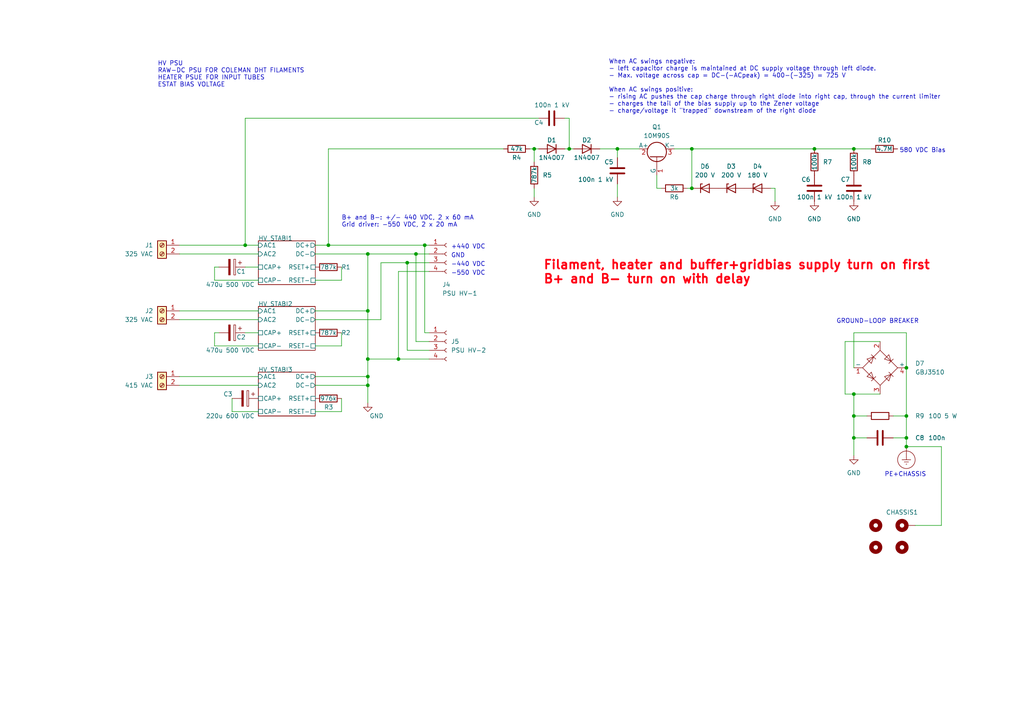
<source format=kicad_sch>
(kicad_sch (version 20230121) (generator eeschema)
  (paper "A4")
  (lib_symbols
    (symbol "Connector:Conn_01x04_Socket" (pin_names (offset 1.016) hide)
      (property "Reference" "J" (at 0 5.08 0))
      (property "Value" "Conn_01x04_Socket" (at 0 -7.62 0))
      (symbol "Conn_01x04_Socket_1_1"
        (arc (start 0 -4.572) (mid -0.5058 -5.08) (end 0 -5.588) (stroke (width 0.1524)))
        (arc (start 0 -2.032) (mid -0.5058 -2.54) (end 0 -3.048) (stroke (width 0.1524)))
        (polyline (pts (xy -1.27 -5.08) (xy -0.508 -5.08)) (stroke (width 0.1524)))
        (polyline (pts (xy -1.27 -2.54) (xy -0.508 -2.54)) (stroke (width 0.1524)))
        (polyline (pts (xy -1.27 0) (xy -0.508 0)) (stroke (width 0.1524)))
        (polyline (pts (xy -1.27 2.54) (xy -0.508 2.54)) (stroke (width 0.1524)))
        (arc (start 0 0.508) (mid -0.5058 0) (end 0 -0.508) (stroke (width 0.1524)))
        (arc (start 0 3.048) (mid -0.5058 2.54) (end 0 2.032) (stroke (width 0.1524)))
        (pin passive line (at -5.08 2.54 0) (length 3.81) (name "Pin_1") (number "1"))
        (pin passive line (at -5.08 0 0) (length 3.81) (name "Pin_2") (number "2"))
        (pin passive line (at -5.08 -2.54 0) (length 3.81) (name "Pin_3") (number "3"))
        (pin passive line (at -5.08 -5.08 0) (length 3.81) (name "Pin_4") (number "4"))
      )
    )
    (symbol "Connector:Screw_Terminal_01x02" (pin_names (offset 1.016) hide)
      (property "Reference" "J" (at 0 2.54 0))
      (property "Value" "Screw_Terminal_01x02" (at 0 -5.08 0))
      (symbol "Screw_Terminal_01x02_1_1"
        (rectangle (start -1.27 1.27) (end 1.27 -3.81) (stroke (width 0.254)) (fill (type background)))
        (circle (center 0 -2.54) (radius 0.635) (stroke (width 0.1524)))
        (polyline (pts (xy -0.5334 -2.2098) (xy 0.3302 -3.048)) (stroke (width 0.1524)))
        (polyline (pts (xy -0.5334 0.3302) (xy 0.3302 -0.508)) (stroke (width 0.1524)))
        (polyline (pts (xy -0.3556 -2.032) (xy 0.508 -2.8702)) (stroke (width 0.1524)))
        (polyline (pts (xy -0.3556 0.508) (xy 0.508 -0.3302)) (stroke (width 0.1524)))
        (circle (center 0 0) (radius 0.635) (stroke (width 0.1524)))
        (pin passive line (at -5.08 0 0) (length 3.81) (name "Pin_1") (number "1"))
        (pin passive line (at -5.08 -2.54 0) (length 3.81) (name "Pin_2") (number "2"))
      )
    )
    (symbol "Device:C" (pin_numbers hide) (pin_names (offset 0.254))
      (property "Reference" "C" (at 0.635 2.54 0))
      (property "Value" "C" (at 0.635 -2.54 0))
      (symbol "C_0_1"
        (polyline (pts (xy -2.032 -0.762) (xy 2.032 -0.762)) (stroke (width 0.508)))
        (polyline (pts (xy -2.032 0.762) (xy 2.032 0.762)) (stroke (width 0.508)))
      )
      (symbol "C_1_1"
        (pin passive line (at 0 3.81 270) (length 2.794) (name "~") (number "1"))
        (pin passive line (at 0 -3.81 90) (length 2.794) (name "~") (number "2"))
      )
    )
    (symbol "Device:C_Polarized" (pin_numbers hide) (pin_names (offset 0.254))
      (property "Reference" "C" (at 0.635 2.54 0))
      (property "Value" "C_Polarized" (at 0.635 -2.54 0))
      (symbol "C_Polarized_0_1"
        (rectangle (start -2.286 0.508) (end 2.286 1.016))
        (polyline (pts (xy -1.778 2.286) (xy -0.762 2.286)))
        (polyline (pts (xy -1.27 2.794) (xy -1.27 1.778)))
        (rectangle (start 2.286 -0.508) (end -2.286 -1.016) (fill (type outline)))
      )
      (symbol "C_Polarized_1_1"
        (pin passive line (at 0 3.81 270) (length 2.794) (name "~") (number "1"))
        (pin passive line (at 0 -3.81 90) (length 2.794) (name "~") (number "2"))
      )
    )
    (symbol "Device:D_Zener" (pin_numbers hide) (pin_names (offset 1.016) hide)
      (property "Reference" "D" (at 0 2.54 0))
      (property "Value" "D_Zener" (at 0 -2.54 0))
      (symbol "D_Zener_0_1"
        (polyline (pts (xy 1.27 0) (xy -1.27 0)))
        (polyline (pts (xy -1.27 -1.27) (xy -1.27 1.27) (xy -0.762 1.27)) (stroke (width 0.254)))
        (polyline (pts (xy 1.27 -1.27) (xy 1.27 1.27) (xy -1.27 0) (xy 1.27 -1.27)) (stroke (width 0.254)))
      )
      (symbol "D_Zener_1_1"
        (pin passive line (at -3.81 0 0) (length 2.54) (name "K") (number "1"))
        (pin passive line (at 3.81 0 180) (length 2.54) (name "A") (number "2"))
      )
    )
    (symbol "Device:R" (pin_numbers hide) (pin_names (offset 0))
      (property "Reference" "R" (at 2.032 0 90))
      (property "Value" "R" (at 0 0 90))
      (symbol "R_0_1"
        (rectangle (start -1.016 -2.54) (end 1.016 2.54) (stroke (width 0.254)))
      )
      (symbol "R_1_1"
        (pin passive line (at 0 3.81 270) (length 1.27) (name "~") (number "1"))
        (pin passive line (at 0 -3.81 90) (length 1.27) (name "~") (number "2"))
      )
    )
    (symbol "Diode:1N4007" (pin_numbers hide) (pin_names hide)
      (property "Reference" "D" (at 0 2.54 0))
      (property "Value" "1N4007" (at 0 -2.54 0))
      (symbol "1N4007_0_1"
        (polyline (pts (xy -1.27 1.27) (xy -1.27 -1.27)) (stroke (width 0.254)))
        (polyline (pts (xy 1.27 0) (xy -1.27 0)))
        (polyline (pts (xy 1.27 1.27) (xy 1.27 -1.27) (xy -1.27 0) (xy 1.27 1.27)) (stroke (width 0.254)))
      )
      (symbol "1N4007_1_1"
        (pin passive line (at -3.81 0 0) (length 2.54) (name "K") (number "1"))
        (pin passive line (at 3.81 0 180) (length 2.54) (name "A") (number "2"))
      )
    )
    (symbol "Diode_Bridge:B40C3x00-2200A" (pin_names (offset 0))
      (property "Reference" "D" (at 2.54 6.985 0))
      (property "Value" "B40C3x00-2200A" (at 2.54 5.08 0))
      (symbol "B40C3x00-2200A_0_1"
        (polyline (pts (xy -2.54 3.81) (xy -1.27 2.54)))
        (polyline (pts (xy -1.27 -2.54) (xy -2.54 -3.81)))
        (polyline (pts (xy 2.54 -1.27) (xy 3.81 -2.54)))
        (polyline (pts (xy 2.54 1.27) (xy 3.81 2.54)))
        (polyline (pts (xy -3.81 2.54) (xy -2.54 1.27) (xy -1.905 3.175) (xy -3.81 2.54)))
        (polyline (pts (xy -2.54 -1.27) (xy -3.81 -2.54) (xy -1.905 -3.175) (xy -2.54 -1.27)))
        (polyline (pts (xy 1.27 2.54) (xy 2.54 3.81) (xy 3.175 1.905) (xy 1.27 2.54)))
        (polyline (pts (xy 3.175 -1.905) (xy 1.27 -2.54) (xy 2.54 -3.81) (xy 3.175 -1.905)))
        (polyline (pts (xy -5.08 0) (xy 0 -5.08) (xy 5.08 0) (xy 0 5.08) (xy -5.08 0)))
      )
      (symbol "B40C3x00-2200A_1_1"
        (pin passive line (at -7.62 0 0) (length 2.54) (name "-") (number "1"))
        (pin passive line (at 0 7.62 270) (length 2.54) (name "~") (number "2"))
        (pin passive line (at 0 -7.62 90) (length 2.54) (name "~") (number "3"))
        (pin passive line (at 7.62 0 180) (length 2.54) (name "+") (number "4"))
      )
    )
    (symbol "Mechanical:MountingHole" (pin_names (offset 1.016))
      (property "Reference" "H" (at 0 5.08 0))
      (property "Value" "MountingHole" (at 0 3.175 0))
      (symbol "MountingHole_0_1"
        (circle (center 0 0) (radius 1.27) (stroke (width 1.27)))
      )
    )
    (symbol "Mechanical:MountingHole_Pad" (pin_numbers hide) (pin_names (offset 1.016) hide)
      (property "Reference" "H" (at 0 6.35 0))
      (property "Value" "MountingHole_Pad" (at 0 4.445 0))
      (symbol "MountingHole_Pad_0_1"
        (circle (center 0 1.27) (radius 1.27) (stroke (width 1.27)))
      )
      (symbol "MountingHole_Pad_1_1"
        (pin input line (at 0 -2.54 90) (length 2.54) (name "1") (number "1"))
      )
    )
    (symbol "OSDEHA_PSU:10M90S" (pin_names (offset 0))
      (property "Reference" "Q" (at 5.08 1.905 0))
      (property "Value" "10M90S" (at 5.08 0 0))
      (symbol "10M90S_0_1"
        (polyline (pts (xy 0.254 0) (xy -2.54 0)))
        (polyline (pts (xy 0.254 1.905) (xy 0.254 -1.905)) (stroke (width 0.254)))
        (circle (center 1.651 0) (radius 2.794) (stroke (width 0.254)))
      )
      (symbol "10M90S_1_1"
        (pin input line (at -5.08 0 0) (length 2.54) (name "G") (number "1"))
        (pin passive line (at 2.54 5.08 270) (length 2.54) (name "A+") (number "2"))
        (pin passive line (at 2.54 -5.08 90) (length 2.54) (name "K-") (number "3"))
      )
    )
    (symbol "power:Earth_Protective" (power) (pin_names (offset 0))
      (symbol "Earth_Protective_0_1"
        (circle (center 0 -3.81) (radius 2.54))
        (polyline (pts (xy -0.635 -4.445) (xy 0.635 -4.445)))
        (polyline (pts (xy -0.127 -5.08) (xy 0.127 -5.08)))
        (polyline (pts (xy 0 -3.81) (xy 0 0)))
        (polyline (pts (xy 1.27 -3.81) (xy -1.27 -3.81)))
      )
      (symbol "Earth_Protective_1_1"
        (pin power_in line (at 0 0 270) (length 0) hide (name "Earth_Protective") (number "1"))
      )
    )
    (symbol "power:GND" (power) (pin_names (offset 0))
      (property "Value" "GND" (at 0 -3.81 0))
      (symbol "GND_0_1"
        (polyline (pts (xy 0 0) (xy 0 -1.27) (xy 1.27 -1.27) (xy 0 -2.54) (xy -1.27 -1.27) (xy 0 -1.27)))
      )
      (symbol "GND_1_1"
        (pin power_in line (at 0 0 270) (length 0) hide (name "GND") (number "1"))
      )
    )
  )
  (junction (at 262.89 106.68))
  (junction (at 106.68 111.76))
  (junction (at 262.89 129.54))
  (junction (at 115.57 104.14))
  (junction (at 106.68 109.22))
  (junction (at 123.19 71.12))
  (junction (at 236.22 43.18))
  (junction (at 154.94 43.18))
  (junction (at 95.25 71.12))
  (junction (at 118.11 76.2))
  (junction (at 106.68 90.17))
  (junction (at 106.68 73.66))
  (junction (at 200.66 43.18))
  (junction (at 262.89 127))
  (junction (at 179.07 43.18))
  (junction (at 247.65 127))
  (junction (at 200.66 54.61))
  (junction (at 120.65 73.66))
  (junction (at 262.89 120.65))
  (junction (at 247.65 43.18))
  (junction (at 71.12 71.12))
  (junction (at 106.68 104.14))
  (junction (at 165.1 43.18))
  (junction (at 247.65 120.65))
  (junction (at 247.65 114.3))
  (wire (pts (xy 262.89 120.65) (xy 259.08 120.65)))
  (wire (pts (xy 265.43 152.4) (xy 273.05 152.4)))
  (wire (pts (xy 190.5 50.8) (xy 190.5 54.61)))
  (wire (pts (xy 273.05 129.54) (xy 262.89 129.54)))
  (wire (pts (xy 185.42 43.18) (xy 179.07 43.18)))
  (wire (pts (xy 52.07 111.76) (xy 74.93 111.76)))
  (wire (pts (xy 262.89 120.65) (xy 262.89 127)))
  (wire (pts (xy 67.31 119.38) (xy 74.93 119.38)))
  (wire (pts (xy 91.44 90.17) (xy 106.68 90.17)))
  (wire (pts (xy 224.79 54.61) (xy 224.79 58.42)))
  (wire (pts (xy 163.83 34.29) (xy 165.1 34.29)))
  (wire (pts (xy 247.65 132.08) (xy 247.65 127)))
  (wire (pts (xy 52.07 90.17) (xy 74.93 90.17)))
  (wire (pts (xy 52.07 73.66) (xy 74.93 73.66)))
  (wire (pts (xy 115.57 78.74) (xy 124.46 78.74)))
  (wire (pts (xy 91.44 111.76) (xy 106.68 111.76)))
  (wire (pts (xy 106.68 109.22) (xy 106.68 111.76)))
  (wire (pts (xy 153.67 43.18) (xy 154.94 43.18)))
  (wire (pts (xy 118.11 76.2) (xy 110.49 76.2)))
  (wire (pts (xy 62.23 96.52) (xy 62.23 100.33)))
  (wire (pts (xy 273.05 152.4) (xy 273.05 129.54)))
  (wire (pts (xy 165.1 43.18) (xy 166.37 43.18)))
  (wire (pts (xy 247.65 96.52) (xy 262.89 96.52)))
  (wire (pts (xy 99.06 119.38) (xy 91.44 119.38)))
  (wire (pts (xy 62.23 77.47) (xy 62.23 81.28)))
  (wire (pts (xy 63.5 77.47) (xy 62.23 77.47)))
  (wire (pts (xy 247.65 114.3) (xy 245.11 114.3)))
  (wire (pts (xy 247.65 120.65) (xy 247.65 127)))
  (wire (pts (xy 118.11 101.6) (xy 118.11 76.2)))
  (wire (pts (xy 124.46 101.6) (xy 118.11 101.6)))
  (wire (pts (xy 179.07 53.34) (xy 179.07 57.15)))
  (wire (pts (xy 62.23 81.28) (xy 74.93 81.28)))
  (wire (pts (xy 200.66 43.18) (xy 195.58 43.18)))
  (wire (pts (xy 110.49 76.2) (xy 110.49 92.71)))
  (wire (pts (xy 62.23 100.33) (xy 74.93 100.33)))
  (wire (pts (xy 123.19 71.12) (xy 124.46 71.12)))
  (wire (pts (xy 120.65 73.66) (xy 120.65 99.06)))
  (wire (pts (xy 95.25 71.12) (xy 91.44 71.12)))
  (wire (pts (xy 200.66 43.18) (xy 236.22 43.18)))
  (wire (pts (xy 247.65 127) (xy 251.46 127)))
  (wire (pts (xy 262.89 96.52) (xy 262.89 106.68)))
  (wire (pts (xy 115.57 104.14) (xy 124.46 104.14)))
  (wire (pts (xy 223.52 54.61) (xy 224.79 54.61)))
  (wire (pts (xy 120.65 73.66) (xy 124.46 73.66)))
  (wire (pts (xy 52.07 71.12) (xy 71.12 71.12)))
  (wire (pts (xy 71.12 34.29) (xy 71.12 71.12)))
  (wire (pts (xy 199.39 54.61) (xy 200.66 54.61)))
  (wire (pts (xy 154.94 43.18) (xy 154.94 46.99)))
  (wire (pts (xy 124.46 76.2) (xy 118.11 76.2)))
  (wire (pts (xy 95.25 43.18) (xy 146.05 43.18)))
  (wire (pts (xy 99.06 100.33) (xy 91.44 100.33)))
  (wire (pts (xy 236.22 43.18) (xy 247.65 43.18)))
  (wire (pts (xy 99.06 115.57) (xy 99.06 119.38)))
  (wire (pts (xy 115.57 78.74) (xy 115.57 104.14)))
  (wire (pts (xy 106.68 73.66) (xy 120.65 73.66)))
  (wire (pts (xy 262.89 127) (xy 259.08 127)))
  (wire (pts (xy 163.83 43.18) (xy 165.1 43.18)))
  (wire (pts (xy 247.65 120.65) (xy 251.46 120.65)))
  (wire (pts (xy 71.12 71.12) (xy 74.93 71.12)))
  (wire (pts (xy 95.25 43.18) (xy 95.25 71.12)))
  (wire (pts (xy 106.68 104.14) (xy 115.57 104.14)))
  (wire (pts (xy 247.65 114.3) (xy 247.65 120.65)))
  (wire (pts (xy 247.65 43.18) (xy 252.73 43.18)))
  (wire (pts (xy 67.31 115.57) (xy 67.31 119.38)))
  (wire (pts (xy 95.25 71.12) (xy 123.19 71.12)))
  (wire (pts (xy 106.68 90.17) (xy 106.68 104.14)))
  (wire (pts (xy 262.89 129.54) (xy 262.89 127)))
  (wire (pts (xy 99.06 96.52) (xy 99.06 100.33)))
  (wire (pts (xy 124.46 96.52) (xy 123.19 96.52)))
  (wire (pts (xy 165.1 34.29) (xy 165.1 43.18)))
  (wire (pts (xy 173.99 43.18) (xy 179.07 43.18)))
  (wire (pts (xy 123.19 96.52) (xy 123.19 71.12)))
  (wire (pts (xy 91.44 81.28) (xy 99.06 81.28)))
  (wire (pts (xy 106.68 111.76) (xy 106.68 116.84)))
  (wire (pts (xy 262.89 106.68) (xy 262.89 120.65)))
  (wire (pts (xy 247.65 106.68) (xy 247.65 96.52)))
  (wire (pts (xy 63.5 96.52) (xy 62.23 96.52)))
  (wire (pts (xy 245.11 114.3) (xy 245.11 99.06)))
  (wire (pts (xy 154.94 43.18) (xy 156.21 43.18)))
  (wire (pts (xy 245.11 99.06) (xy 255.27 99.06)))
  (wire (pts (xy 52.07 92.71) (xy 74.93 92.71)))
  (wire (pts (xy 247.65 114.3) (xy 255.27 114.3)))
  (wire (pts (xy 52.07 109.22) (xy 74.93 109.22)))
  (wire (pts (xy 106.68 73.66) (xy 106.68 90.17)))
  (wire (pts (xy 124.46 99.06) (xy 120.65 99.06)))
  (wire (pts (xy 71.12 77.47) (xy 74.93 77.47)))
  (wire (pts (xy 179.07 43.18) (xy 179.07 45.72)))
  (wire (pts (xy 91.44 92.71) (xy 110.49 92.71)))
  (wire (pts (xy 200.66 43.18) (xy 200.66 54.61)))
  (wire (pts (xy 156.21 34.29) (xy 71.12 34.29)))
  (wire (pts (xy 106.68 104.14) (xy 106.68 109.22)))
  (wire (pts (xy 91.44 73.66) (xy 106.68 73.66)))
  (wire (pts (xy 99.06 77.47) (xy 99.06 81.28)))
  (wire (pts (xy 71.12 96.52) (xy 74.93 96.52)))
  (wire (pts (xy 190.5 54.61) (xy 191.77 54.61)))
  (wire (pts (xy 91.44 109.22) (xy 106.68 109.22)))
  (wire (pts (xy 154.94 54.61) (xy 154.94 57.15)))
  (text "When AC swings negative:\n- left capacitor charge is maintained at DC supply voltage through left diode.\n- Max. voltage across cap = DC-(-ACpeak) = 400-(-325) = 725 V\n\nWhen AC swings positive:\n- rising AC pushes the cap charge through right diode into right cap, through the current limiter\n- charges the tail of the bias supply up to the Zener voltage\n- charge/voltage it \"trapped\" downstream of the right diode" (at 176.53 33.02 0) (effects (font (size 1.27 1.27)) (justify left bottom)))
  (text "PE+CHASSIS" (at 256.54 138.43 0) (effects (font (size 1.27 1.27)) (justify left bottom)))
  (text "B+ and B-: +/- 440 VDC, 2 x 60 mA\nGrid driver: -550 VDC, 2 x 20 mA" (at 99.06 66.04 0) (effects (font (size 1.27 1.27)) (justify left bottom)))
  (text "+440 VDC" (at 130.81 72.39 0) (effects (font (size 1.27 1.27)) (justify left bottom)))
  (text "Filament, heater and buffer+gridbias supply turn on first\nB+ and B- turn on with delay" (at 157.48 82.55 0) (effects (font (size 2.54 2.54) (thickness 0.508) bold) (justify left bottom)))
  (text "580 VDC Bias" (at 274.32 44.45 0) (effects (font (size 1.27 1.27)) (justify right bottom)))
  (text "-550 VDC" (at 130.81 80.01 0) (effects (font (size 1.27 1.27)) (justify left bottom)))
  (text "GND" (at 130.81 74.93 0) (effects (font (size 1.27 1.27)) (justify left bottom)))
  (text "HV PSU\nRAW-DC PSU FOR COLEMAN DHT FILAMENTS\nHEATER PSUE FOR INPUT TUBES\nESTAT BIAS VOLTAGE" (at 45.72 25.4 0) (effects (font (size 1.27 1.27)) (justify left bottom)))
  (text "-440 VDC" (at 130.81 77.47 0) (effects (font (size 1.27 1.27)) (justify left bottom)))
  (text "GROUND-LOOP BREAKER" (at 242.57 93.98 0) (effects (font (size 1.27 1.27)) (justify left bottom)))
  (symbol (lib_id "Device:C") (at 160.02 34.29 270) (mirror x) (unit 1)
    (property "Reference" "C4" (at 154.94 35.56 90) (effects (justify left)))
    (property "Value" "100n 1 kV" (at 154.94 30.48 90) (effects (justify left)))
    (property "Footprint" "Capacitor_THT:C_Rect_L18.0mm_W9.0mm_P15.00mm_FKS3_FKP3" (effects hide))
    (property "Datasheet" "https://www.mouser.ch/ProductDetail/WIMA/MKP4O131004J00KSSD?qs=sJjjjplDs9uJw5MAX%2F0xlw%3D%3D" (effects hide))
  )
  (symbol (lib_id "Mechanical:MountingHole") (at 254 152.4 0) (unit 1)
    (property "Reference" "H1" (effects hide))
    (property "Value" "MountingHole" (effects hide))
    (property "Footprint" "MountingHole:MountingHole_3.2mm_M3" (effects hide))
  )
  (symbol (lib_id "Device:C") (at 255.27 127 90) (unit 1)
    (property "Reference" "C8" (at 265.43 127 90) (effects (justify right)))
    (property "Value" "100n" (at 269.24 127 90) (effects (justify right)))
    (property "Footprint" "Capacitor_THT:C_Rect_L26.5mm_W8.5mm_P22.50mm_MKS4" (effects hide))
    (property "Datasheet" "https://www.mouser.ch/ProductDetail/KEMET/F881DH104M300L?qs=8sjaHP9aayryMlUSEmoUmQ%3D%3D" (effects hide))
  )
  (symbol (lib_id "Device:C") (at 247.65 54.61 0) (unit 1)
    (property "Reference" "C7" (at 243.84 52.07 0) (effects (justify left)))
    (property "Value" "100n 1 kV" (at 242.57 57.15 0) (effects (justify left)))
    (property "Footprint" "Capacitor_THT:C_Rect_L18.0mm_W9.0mm_P15.00mm_FKS3_FKP3" (effects hide))
    (property "Datasheet" "https://www.mouser.ch/ProductDetail/WIMA/MKP4O131004J00KSSD?qs=sJjjjplDs9uJw5MAX%2F0xlw%3D%3D" (effects hide))
  )
  (symbol (lib_id "Diode:1N4007") (at 170.18 43.18 180) (unit 1)
    (property "Reference" "D2" (at 170.18 40.64 0))
    (property "Value" "1N4007" (at 170.18 45.72 0))
    (property "Footprint" "Diode_THT:D_DO-41_SOD81_P10.16mm_Horizontal" (effects hide))
    (property "Datasheet" "http://www.vishay.com/docs/88503/1n4001.pdf" (effects hide))
    (property "Sim.Device" "D" (effects hide))
    (property "Sim.Pins" "1=K 2=A" (effects hide))
  )
  (symbol (lib_id "Device:C") (at 236.22 54.61 0) (unit 1)
    (property "Reference" "C6" (at 232.41 52.07 0) (effects (justify left)))
    (property "Value" "100n 1 kV" (at 231.14 57.15 0) (effects (justify left)))
    (property "Footprint" "Capacitor_THT:C_Rect_L18.0mm_W9.0mm_P15.00mm_FKS3_FKP3" (effects hide))
    (property "Datasheet" "https://www.mouser.ch/ProductDetail/WIMA/MKP4O131004J00KSSD?qs=sJjjjplDs9uJw5MAX%2F0xlw%3D%3D" (effects hide))
  )
  (symbol (lib_id "Device:D_Zener") (at 212.09 54.61 0) (unit 1)
    (property "Reference" "D3" (at 212.09 48.26 0))
    (property "Value" "200 V" (at 212.09 50.8 0))
    (property "Footprint" "Diode_THT:D_DO-41_SOD81_P7.62mm_Horizontal" (effects hide))
    (property "Datasheet" "https://www.mouser.ch/c/?q=637-ZY200" (effects hide))
  )
  (symbol (lib_id "OSDEHA_PSU:10M90S") (at 190.5 45.72 90) (unit 1)
    (property "Reference" "Q1" (at 190.5 36.83 90))
    (property "Value" "10M90S" (at 190.5 39.37 90))
    (property "Footprint" "Package_TO_SOT_THT:TO-220-3_Vertical" (effects hide))
    (property "Datasheet" "https://www.mouser.ch/datasheet/2/240/media-3323122.pdf" (effects hide))
  )
  (symbol (lib_id "Device:R") (at 95.25 77.47 270) (unit 1)
    (property "Reference" "R1" (at 100.33 77.47 90))
    (property "Value" "787k" (at 95.25 77.47 90))
    (property "Footprint" "Resistor_THT:R_Axial_DIN0207_L6.3mm_D2.5mm_P10.16mm_Horizontal" (effects hide))
  )
  (symbol (lib_id "Device:D_Zener") (at 204.47 54.61 0) (unit 1)
    (property "Reference" "D6" (at 204.47 48.26 0))
    (property "Value" "200 V" (at 204.47 50.8 0))
    (property "Footprint" "Diode_THT:D_DO-41_SOD81_P7.62mm_Horizontal" (effects hide))
    (property "Datasheet" "https://www.mouser.ch/c/?q=637-ZY200" (effects hide))
  )
  (symbol (lib_id "Mechanical:MountingHole") (at 254 158.75 0) (unit 1)
    (property "Reference" "H2" (effects hide))
    (property "Value" "MountingHole" (effects hide))
    (property "Footprint" "MountingHole:MountingHole_3.2mm_M3" (effects hide))
  )
  (symbol (lib_id "Device:R") (at 95.25 96.52 270) (unit 1)
    (property "Reference" "R2" (at 100.33 96.52 90))
    (property "Value" "787k" (at 95.25 96.52 90))
    (property "Footprint" "Resistor_THT:R_Axial_DIN0207_L6.3mm_D2.5mm_P10.16mm_Horizontal" (effects hide))
  )
  (symbol (lib_id "Device:C_Polarized") (at 67.31 96.52 270) (unit 1)
    (property "Reference" "C2" (at 68.58 97.79 90) (effects (justify left)))
    (property "Value" "470u 500 VDC" (at 59.69 101.6 90) (effects (justify left)))
    (property "Footprint" "Capacitor_THT:CP_Radial_D35.0mm_P10.00mm_SnapIn" (effects hide))
    (property "Datasheet" "https://www.mouser.ch/ProductDetail/KEMET/ALA7DA471DE500?qs=vdi0iO8H4N1VHQYACh%252BPWw%3D%3D" (effects hide))
  )
  (symbol (lib_id "Device:D_Zener") (at 219.71 54.61 0) (unit 1)
    (property "Reference" "D4" (at 219.71 48.26 0))
    (property "Value" "180 V" (at 219.71 50.8 0))
    (property "Footprint" "Diode_THT:D_DO-41_SOD81_P7.62mm_Horizontal" (effects hide))
    (property "Datasheet" "https://www.mouser.ch/c/?q=637-ZY180" (effects hide))
  )
  (symbol (lib_id "Device:C") (at 179.07 49.53 0) (unit 1)
    (property "Reference" "C5" (at 175.26 46.99 0) (effects (justify left)))
    (property "Value" "100n 1 kV" (at 167.64 52.07 0) (effects (justify left)))
    (property "Footprint" "Capacitor_THT:C_Rect_L18.0mm_W9.0mm_P15.00mm_FKS3_FKP3" (effects hide))
    (property "Datasheet" "https://www.mouser.ch/ProductDetail/WIMA/MKP4O131004J00KSSD?qs=sJjjjplDs9uJw5MAX%2F0xlw%3D%3D" (effects hide))
  )
  (symbol (lib_id "Device:R") (at 255.27 120.65 270) (unit 1)
    (property "Reference" "R9" (at 265.43 120.65 90) (effects (justify left)))
    (property "Value" "100 5 W" (at 269.24 120.65 90) (effects (justify left)))
    (property "Footprint" "Resistor_THT:R_Axial_DIN0918_L18.0mm_D9.0mm_P22.86mm_Horizontal" (effects hide))
    (property "Datasheet" "https://www.mouser.ch/ProductDetail/Vishay-Draloric/AC05AT0001000JAC00?qs=sGAEpiMZZMvNd0dY0KymziUNsdDbZplkKJuWN2HEpfqXXR5SVF3Wtg%3D%3D" (effects hide))
  )
  (symbol (lib_id "Device:R") (at 95.25 115.57 270) (unit 1)
    (property "Reference" "R3" (at 93.98 118.11 90) (effects (justify left)))
    (property "Value" "976k" (at 95.25 115.57 90))
    (property "Footprint" "Resistor_THT:R_Axial_DIN0207_L6.3mm_D2.5mm_P10.16mm_Horizontal" (effects hide))
  )
  (symbol (lib_id "Device:C_Polarized") (at 67.31 77.47 270) (unit 1)
    (property "Reference" "C1" (at 68.58 78.74 90) (effects (justify left)))
    (property "Value" "470u 500 VDC" (at 59.69 82.55 90) (effects (justify left)))
    (property "Footprint" "Capacitor_THT:CP_Radial_D35.0mm_P10.00mm_SnapIn" (effects hide))
    (property "Datasheet" "https://www.mouser.ch/ProductDetail/KEMET/ALA7DA471DE500?qs=vdi0iO8H4N1VHQYACh%252BPWw%3D%3D" (effects hide))
  )
  (symbol (lib_id "Device:C_Polarized") (at 71.12 115.57 270) (unit 1)
    (property "Reference" "C3" (at 64.77 114.3 90) (effects (justify left)))
    (property "Value" "220u 600 VDC" (at 59.69 120.65 90) (effects (justify left)))
    (property "Footprint" "Capacitor_THT:CP_Radial_D35.0mm_P10.00mm_SnapIn" (effects hide))
    (property "Datasheet" "https://www.mouser.ch/ProductDetail/KEMET/ALA7DA221DD600?qs=IS%252B4QmGtzzot8zYOp4WbRA%3D%3D" (effects hide))
  )
  (symbol (lib_id "power:GND") (at 179.07 57.15 0) (unit 1)
    (property "Reference" "#PWR03" (effects hide))
    (property "Value" "GND" (at 179.07 62.23 0))
  )
  (symbol (lib_id "power:GND") (at 247.65 132.08 0) (unit 1)
    (property "Reference" "#PWR06" (effects hide))
    (property "Value" "GND" (at 247.65 137.16 0))
  )
  (symbol (lib_id "Connector:Screw_Terminal_01x02") (at 46.99 90.17 0) (mirror y) (unit 1)
    (property "Reference" "J2" (at 44.45 90.17 0) (effects (justify left)))
    (property "Value" "325 VAC" (at 44.45 92.71 0) (effects (justify left)))
    (property "Footprint" "TerminalBlock_Phoenix:TerminalBlock_Phoenix_MKDS-1,5-2-5.08_1x02_P5.08mm_Horizontal" (effects hide))
    (property "Datasheet" "https://www.mouser.ch/ProductDetail/Phoenix-Contact/1729128?qs=sGAEpiMZZMvPvGwLNS6718PaoTt7FM7ciW3NqkEQwDE%3D" (effects hide))
  )
  (symbol (lib_id "Device:R") (at 247.65 46.99 0) (unit 1)
    (property "Reference" "R8" (at 251.46 46.99 0))
    (property "Value" "100k" (at 247.65 46.99 90))
    (property "Footprint" "Resistor_THT:R_Axial_DIN0207_L6.3mm_D2.5mm_P10.16mm_Horizontal" (effects hide))
  )
  (symbol (lib_id "Device:R") (at 195.58 54.61 270) (unit 1)
    (property "Reference" "R6" (at 195.58 57.15 90))
    (property "Value" "3k" (at 195.58 54.61 90))
    (property "Footprint" "Resistor_THT:R_Axial_DIN0207_L6.3mm_D2.5mm_P10.16mm_Horizontal" (effects hide))
  )
  (symbol (lib_id "Connector:Conn_01x04_Socket") (at 129.54 99.06 0) (unit 1)
    (property "Reference" "J5" (at 130.81 99.06 0) (effects (justify left)))
    (property "Value" "PSU HV-2" (at 130.81 101.6 0) (effects (justify left)))
    (property "Footprint" "Connector_Molex:Molex_KK-396_A-41791-0004_1x04_P3.96mm_Vertical" (effects hide))
    (property "Datasheet" "https://www.mouser.ch/ProductDetail/Molex/41791-0851?qs=LD9zNoQ5lgUDGtVX5jMt3g%3D%3D" (effects hide))
  )
  (symbol (lib_id "Device:R") (at 256.54 43.18 270) (unit 1)
    (property "Reference" "R10" (at 256.54 40.64 90))
    (property "Value" "4.7M" (at 256.54 43.18 90))
    (property "Footprint" "Resistor_THT:R_Axial_DIN0207_L6.3mm_D2.5mm_P10.16mm_Horizontal" (effects hide))
  )
  (symbol (lib_id "power:GND") (at 236.22 58.42 0) (unit 1)
    (property "Reference" "#PWR05" (effects hide))
    (property "Value" "GND" (at 236.22 63.5 0))
  )
  (symbol (lib_id "power:GND") (at 106.68 116.84 0) (unit 1)
    (property "Reference" "#PWR01" (effects hide))
    (property "Value" "GND" (at 109.22 120.65 0))
  )
  (symbol (lib_id "power:GND") (at 154.94 57.15 0) (unit 1)
    (property "Reference" "#PWR02" (effects hide))
    (property "Value" "GND" (at 154.94 62.23 0))
  )
  (symbol (lib_id "Device:R") (at 236.22 46.99 0) (unit 1)
    (property "Reference" "R7" (at 240.03 46.99 0))
    (property "Value" "100k" (at 236.22 46.99 90))
    (property "Footprint" "Resistor_THT:R_Axial_DIN0207_L6.3mm_D2.5mm_P10.16mm_Horizontal" (effects hide))
  )
  (symbol (lib_id "Diode_Bridge:B40C3x00-2200A") (at 255.27 106.68 0) (unit 1)
    (property "Reference" "D7" (at 265.43 105.41 0) (effects (justify left)))
    (property "Value" "GBJ3510" (at 265.43 107.95 0) (effects (justify left)))
    (property "Footprint" "Diode_THT:Diode_Bridge_32.0x5.6x17.0mm_P10.0mm_P7.5mm" (effects hide))
    (property "Datasheet" "https://www.mouser.ch/ProductDetail/Panjit/GBJ3510_T0_00601?qs=tlsG%2FOw5FFggsibJfWBTvQ%3D%3D" (effects hide))
  )
  (symbol (lib_id "Mechanical:MountingHole") (at 261.62 158.75 0) (unit 1)
    (property "Reference" "H3" (effects hide))
    (property "Value" "MountingHole" (effects hide))
    (property "Footprint" "MountingHole:MountingHole_3.2mm_M3" (effects hide))
  )
  (symbol (lib_id "power:GND") (at 247.65 58.42 0) (unit 1)
    (property "Reference" "#PWR07" (effects hide))
    (property "Value" "GND" (at 247.65 63.5 0))
  )
  (symbol (lib_id "Mechanical:MountingHole_Pad") (at 262.89 152.4 90) (unit 1)
    (property "Reference" "CHASSIS1" (at 261.62 148.59 90))
    (property "Value" "MountingHole_Pad" (effects hide))
    (property "Footprint" "MountingHole:MountingHole_3.2mm_M3_Pad" (effects hide))
  )
  (symbol (lib_id "Connector:Conn_01x04_Socket") (at 129.54 73.66 0) (unit 1)
    (property "Reference" "J4" (at 128.27 82.55 0) (effects (justify left)))
    (property "Value" "PSU HV-1" (at 128.27 85.09 0) (effects (justify left)))
    (property "Footprint" "Connector_Molex:Molex_KK-396_A-41791-0004_1x04_P3.96mm_Vertical" (effects hide))
    (property "Datasheet" "https://www.mouser.ch/ProductDetail/Molex/41791-0851?qs=LD9zNoQ5lgUDGtVX5jMt3g%3D%3D" (effects hide))
  )
  (symbol (lib_id "Device:R") (at 154.94 50.8 0) (unit 1)
    (property "Reference" "R5" (at 158.75 50.8 0))
    (property "Value" "787k" (at 154.94 50.8 90))
    (property "Footprint" "Resistor_THT:R_Axial_DIN0207_L6.3mm_D2.5mm_P10.16mm_Horizontal" (effects hide))
  )
  (symbol (lib_id "power:GND") (at 224.79 58.42 0) (unit 1)
    (property "Reference" "#PWR04" (effects hide))
    (property "Value" "GND" (at 224.79 63.5 0))
  )
  (symbol (lib_id "Connector:Screw_Terminal_01x02") (at 46.99 109.22 0) (mirror y) (unit 1)
    (property "Reference" "J3" (at 44.45 109.22 0) (effects (justify left)))
    (property "Value" "415 VAC" (at 44.45 111.76 0) (effects (justify left)))
    (property "Footprint" "TerminalBlock_Phoenix:TerminalBlock_Phoenix_MKDS-1,5-2-5.08_1x02_P5.08mm_Horizontal" (effects hide))
    (property "Datasheet" "https://www.mouser.ch/ProductDetail/Phoenix-Contact/1729128?qs=sGAEpiMZZMvPvGwLNS6718PaoTt7FM7ciW3NqkEQwDE%3D" (effects hide))
  )
  (symbol (lib_id "Device:R") (at 149.86 43.18 270) (unit 1)
    (property "Reference" "R4" (at 149.86 45.72 90))
    (property "Value" "47k" (at 149.86 43.18 90))
    (property "Footprint" "Resistor_THT:R_Axial_DIN0207_L6.3mm_D2.5mm_P10.16mm_Horizontal" (effects hide))
  )
  (symbol (lib_id "power:Earth_Protective") (at 262.89 129.54 0) (unit 1)
    (property "Reference" "#PWR08" (effects hide))
    (property "Value" "Earth_Protective" (effects hide))
  )
  (symbol (lib_id "Connector:Screw_Terminal_01x02") (at 46.99 71.12 0) (mirror y) (unit 1)
    (property "Reference" "J1" (at 44.45 71.12 0) (effects (justify left)))
    (property "Value" "325 VAC" (at 44.45 73.66 0) (effects (justify left)))
    (property "Footprint" "TerminalBlock_Phoenix:TerminalBlock_Phoenix_MKDS-1,5-2-5.08_1x02_P5.08mm_Horizontal" (effects hide))
    (property "Datasheet" "https://www.mouser.ch/ProductDetail/Phoenix-Contact/1729128?qs=sGAEpiMZZMvPvGwLNS6718PaoTt7FM7ciW3NqkEQwDE%3D" (effects hide))
  )
  (symbol (lib_id "Diode:1N4007") (at 160.02 43.18 180) (unit 1)
    (property "Reference" "D1" (at 160.02 40.64 0))
    (property "Value" "1N4007" (at 160.02 45.72 0))
    (property "Footprint" "Diode_THT:D_DO-41_SOD81_P10.16mm_Horizontal" (effects hide))
    (property "Datasheet" "http://www.vishay.com/docs/88503/1n4001.pdf" (effects hide))
    (property "Sim.Device" "D" (effects hide))
    (property "Sim.Pins" "1=K 2=A" (effects hide))
  )
  (sheet (at 74.93 107.95) (size 16.51 12.7) (stroke (width 0.1524))
    (property "Sheetname" "HV_STABI3" (at 74.93 107.95 0) (effects (justify left bottom)))
    (property "Sheetfile" "hv_stabi.kicad_sch" (effects hide))
    (pin "AC1" input (at 74.93 109.22 180))
    (pin "AC2" input (at 74.93 111.76 180))
    (pin "DC-" output (at 91.44 111.76 0))
    (pin "DC+" output (at 91.44 109.22 0))
    (pin "RSET+" passive (at 91.44 115.57 0))
    (pin "RSET-" passive (at 91.44 119.38 0))
    (pin "CAP-" passive (at 74.93 119.38 180))
    (pin "CAP+" passive (at 74.93 115.57 180))
  )
  (sheet (at 74.93 88.9) (size 16.51 12.7) (stroke (width 0.1524))
    (property "Sheetname" "HV_STABI2" (at 74.93 88.9 0) (effects (justify left bottom)))
    (property "Sheetfile" "hv_stabi.kicad_sch" (effects hide))
    (pin "AC1" input (at 74.93 90.17 180))
    (pin "AC2" input (at 74.93 92.71 180))
    (pin "DC-" output (at 91.44 92.71 0))
    (pin "DC+" output (at 91.44 90.17 0))
    (pin "RSET+" passive (at 91.44 96.52 0))
    (pin "RSET-" passive (at 91.44 100.33 0))
    (pin "CAP-" passive (at 74.93 100.33 180))
    (pin "CAP+" passive (at 74.93 96.52 180))
  )
  (sheet (at 74.93 69.85) (size 16.51 12.7) (stroke (width 0.1524))
    (property "Sheetname" "HV_STABI1" (at 74.93 69.85 0) (effects (justify left bottom)))
    (property "Sheetfile" "hv_stabi.kicad_sch" (effects hide))
    (pin "AC1" input (at 74.93 71.12 180))
    (pin "AC2" input (at 74.93 73.66 180))
    (pin "DC-" output (at 91.44 73.66 0))
    (pin "DC+" output (at 91.44 71.12 0))
    (pin "RSET+" passive (at 91.44 77.47 0))
    (pin "RSET-" passive (at 91.44 81.28 0))
    (pin "CAP-" passive (at 74.93 81.28 180))
    (pin "CAP+" passive (at 74.93 77.47 180))
  )
)
</source>
